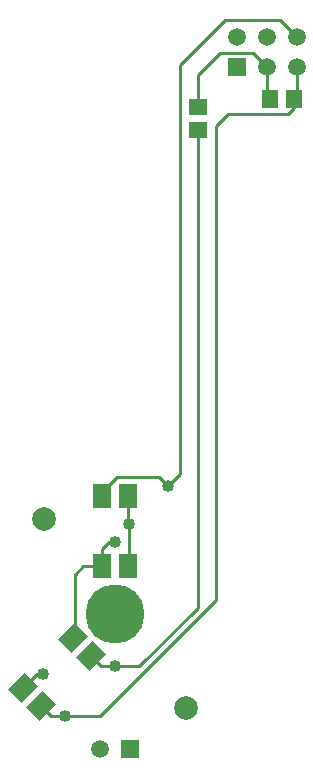
<source format=gtl>
G04 Layer_Physical_Order=1*
G04 Layer_Color=255*
%FSLAX25Y25*%
%MOIN*%
G70*
G01*
G75*
%ADD10R,0.05906X0.05512*%
%ADD11R,0.05512X0.05906*%
G04:AMPARAMS|DCode=12|XSize=78.74mil|YSize=62.99mil|CornerRadius=0mil|HoleSize=0mil|Usage=FLASHONLY|Rotation=225.000|XOffset=0mil|YOffset=0mil|HoleType=Round|Shape=Rectangle|*
%AMROTATEDRECTD12*
4,1,4,0.00557,0.05011,0.05011,0.00557,-0.00557,-0.05011,-0.05011,-0.00557,0.00557,0.05011,0.0*
%
%ADD12ROTATEDRECTD12*%

%ADD13R,0.06299X0.07874*%
%ADD14C,0.01000*%
%ADD15C,0.07874*%
%ADD16C,0.07874*%
%ADD17C,0.19685*%
%ADD18C,0.05906*%
%ADD19R,0.05906X0.05906*%
%ADD20C,0.04000*%
D10*
X27500Y168937D02*
D03*
Y161063D02*
D03*
D11*
X51563Y171500D02*
D03*
X59437D02*
D03*
D12*
X-14198Y-8073D02*
D03*
X-30901Y-24776D02*
D03*
X-8073Y-14198D02*
D03*
X-24777Y-30901D02*
D03*
D13*
X4331Y15748D02*
D03*
Y39370D02*
D03*
X-4331Y15748D02*
D03*
X-4331Y39370D02*
D03*
D14*
X33500Y4500D02*
Y162500D01*
X37500Y166500D01*
X57500D01*
X59437Y168437D01*
Y171500D01*
X60709Y172772D01*
Y182087D01*
X50709Y172354D02*
X51563Y171500D01*
X50709Y172354D02*
Y182087D01*
X45795Y187000D02*
X50709Y182087D01*
X35000Y187000D02*
X45795D01*
X27500Y179500D02*
X35000Y187000D01*
X27500Y168937D02*
Y179500D01*
X54795Y198000D02*
X60709Y192087D01*
X36500Y198000D02*
X54795D01*
X21500Y183000D02*
X36500Y198000D01*
X-8073Y-14198D02*
X-4771Y-17500D01*
X0D01*
X8000D01*
X-14198Y-8073D02*
X-13500Y-7375D01*
Y13000D01*
X-10752Y15748D01*
X-4331D01*
X8000Y-17500D02*
X27500Y2000D01*
Y161063D01*
X-5203Y-34203D02*
X33500Y4500D01*
X-16703Y-34203D02*
X-5203D01*
X-21474D02*
X-16703D01*
X-24777Y-30901D02*
X-21474Y-34203D01*
X-30901Y-24776D02*
X-26125Y-20000D01*
X-24000D01*
X17500Y42500D02*
X21500Y46500D01*
Y183000D01*
X4331Y30169D02*
Y39370D01*
X-4331D02*
Y40669D01*
X500Y45500D01*
X14500D01*
X17500Y42500D01*
X4331Y15748D02*
X4500Y15917D01*
X-4331Y15748D02*
Y21669D01*
X-2000Y24000D01*
X0D01*
X4500Y15917D02*
Y30000D01*
D15*
X-23622Y31496D02*
D03*
D16*
X23622Y-31496D02*
D03*
D17*
X-0Y-0D02*
D03*
D18*
X60709Y192087D02*
D03*
Y182087D02*
D03*
X50709Y192087D02*
D03*
Y182087D02*
D03*
X40709Y192087D02*
D03*
X-5000Y-45000D02*
D03*
D19*
X40709Y182087D02*
D03*
X5000Y-45000D02*
D03*
D20*
X0Y-17500D02*
D03*
X-16703Y-34203D02*
D03*
X-24000Y-20000D02*
D03*
X17500Y42500D02*
D03*
X4500Y30000D02*
D03*
X0Y24000D02*
D03*
M02*

</source>
